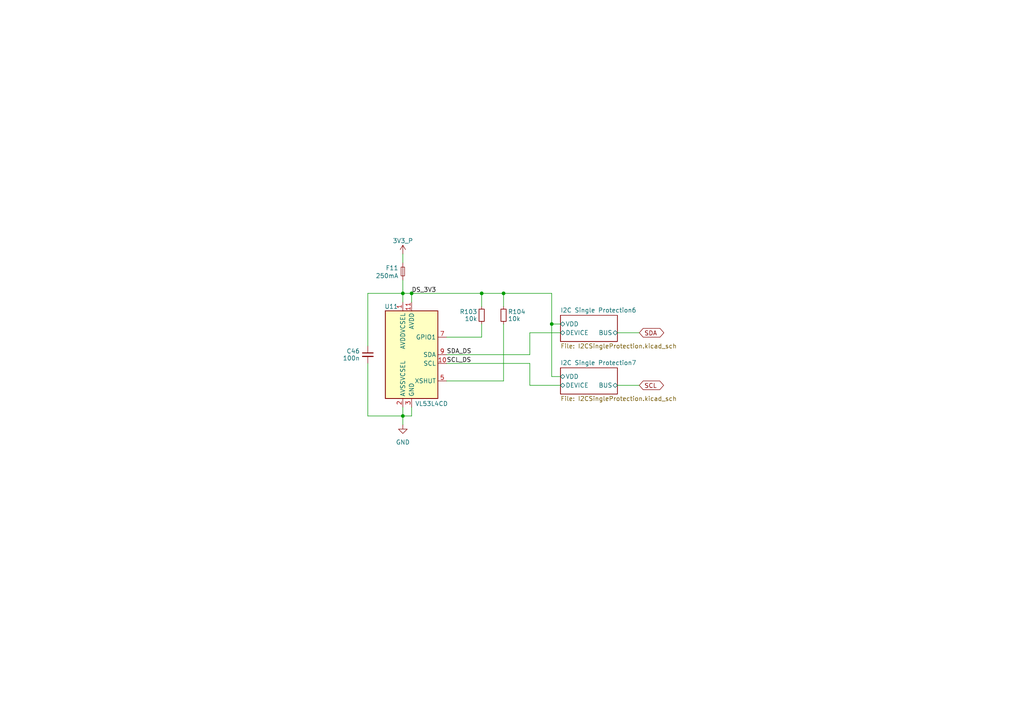
<source format=kicad_sch>
(kicad_sch (version 20250114) (generator "eeschema") (generator_version "9.0")
  (paper "A4")
  (title_block (title "Argus XY Solar Panel") (date "2026-01-27") (rev "v4.0") (company "Carnegie Mellon University") (comment 1 "N. Khera") (comment 2 "V. Rajesh"))
  (lib_symbols
    (symbol "Device:C_Small" (pin_numbers (hide yes)) (pin_names (offset 0.254) (hide yes))
      (property "Reference" "C" (at 0.254 1.778 0))
      (property "Value" "C_Small" (at 0.254 -2.032 0))
      (symbol "C_Small_0_1"
        (polyline (pts (xy -1.524 0.508) (xy 1.524 0.508)) (stroke (width 0.3048)))
        (polyline (pts (xy -1.524 -0.508) (xy 1.524 -0.508)) (stroke (width 0.3302)))
      )
      (symbol "C_Small_1_1"
        (pin passive line (at 0 2.54 270) (length 2.032) (name "~") (number "1"))
        (pin passive line (at 0 -2.54 90) (length 2.032) (name "~") (number "2"))
      )
    )
    (symbol "Device:Fuse_Small" (pin_numbers (hide yes)) (pin_names (offset 0.254) (hide yes))
      (property "Reference" "F" (at 0 -1.524 0))
      (property "Value" "Fuse_Small" (at 0 1.524 0))
      (symbol "Fuse_Small_0_1"
        (rectangle (start -1.27 0.508) (end 1.27 -0.508))
        (polyline (pts (xy -1.27 0) (xy 1.27 0)))
      )
      (symbol "Fuse_Small_1_1"
        (pin passive line (at -2.54 0 0) (length 1.27) (name "~") (number "1"))
        (pin passive line (at 2.54 0 180) (length 1.27) (name "~") (number "2"))
      )
    )
    (symbol "Device:R_Small" (pin_numbers (hide yes)) (pin_names (offset 0.254) (hide yes))
      (property "Reference" "R" (at 0 0 90))
      (property "Value" "R_Small" (at 1.778 0 90))
      (symbol "R_Small_0_1"
        (rectangle (start -0.762 1.778) (end 0.762 -1.778) (stroke (width 0.2032)))
      )
      (symbol "R_Small_1_1"
        (pin passive line (at 0 2.54 270) (length 0.762) (name "~") (number "1"))
        (pin passive line (at 0 -2.54 90) (length 0.762) (name "~") (number "2"))
      )
    )
    (symbol "Sensor_Distance:VL53L1CXV0FY1"
      (property "Reference" "U" (at -6.35 13.97 0))
      (property "Value" "VL53L1CXV0FY1" (at 12.065 13.97 0))
      (symbol "VL53L1CXV0FY1_0_1"
        (rectangle (start -7.62 12.7) (end 7.62 -12.7) (stroke (width 0.254)) (fill (type background)))
      )
      (symbol "VL53L1CXV0FY1_1_1"
        (pin open_collector line (at -10.16 5.08 0) (length 2.54) (name "GPIO1") (number "7"))
        (pin bidirectional line (at -10.16 0 0) (length 2.54) (name "SDA") (number "9"))
        (pin input line (at -10.16 -2.54 0) (length 2.54) (name "SCL") (number "10"))
        (pin input line (at -10.16 -7.62 0) (length 2.54) (name "XSHUT") (number "5"))
        (pin no_connect line (at -7.62 7.62 0) (length 2.54) (hide yes) (name "DNC") (number "8"))
        (pin power_in line (at 0 15.24 270) (length 2.54) (name "AVDD") (number "11"))
        (pin passive line (at 0 -15.24 90) (length 2.54) (hide yes) (name "GND") (number "12"))
        (pin power_in line (at 0 -15.24 90) (length 2.54) (name "GND") (number "3"))
        (pin passive line (at 0 -15.24 90) (length 2.54) (hide yes) (name "GND") (number "4"))
        (pin passive line (at 0 -15.24 90) (length 2.54) (hide yes) (name "GND") (number "6"))
        (pin power_in line (at 2.54 15.24 270) (length 2.54) (name "AVDDVCSEL") (number "1"))
        (pin power_in line (at 2.54 -15.24 90) (length 2.54) (name "AVSSVCSEL") (number "2"))
      )
    )
    (symbol "power:+3.3V" (power) (pin_numbers (hide yes)) (pin_names (offset 0) (hide yes))
      (property "Value" "+3.3V" (at 0 3.556 0))
      (symbol "+3.3V_0_1"
        (polyline (pts (xy -0.762 1.27) (xy 0 2.54)))
        (polyline (pts (xy 0 2.54) (xy 0.762 1.27)))
        (polyline (pts (xy 0 0) (xy 0 2.54)))
      )
      (symbol "+3.3V_1_1"
        (pin power_in line (at 0 0 90) (length 0) (name "~") (number "1"))
      )
    )
    (symbol "power:GND" (power) (pin_numbers (hide yes)) (pin_names (offset 0) (hide yes))
      (property "Value" "GND" (at 0 -3.81 0))
      (symbol "GND_0_1"
        (polyline (pts (xy 0 0) (xy 0 -1.27) (xy 1.27 -1.27) (xy 0 -2.54) (xy -1.27 -1.27) (xy 0 -1.27)))
      )
      (symbol "GND_1_1"
        (pin power_in line (at 0 0 270) (length 0) (name "~") (number "1"))
      )
    )
  )
  (junction (at 139.7 85.09))
  (junction (at 116.84 120.65))
  (junction (at 160.02 93.98))
  (junction (at 116.84 85.09))
  (junction (at 119.38 85.09))
  (junction (at 146.05 85.09))
  (wire (pts (xy 119.38 120.65) (xy 119.38 118.11)))
  (wire (pts (xy 129.54 105.41) (xy 153.67 105.41)))
  (wire (pts (xy 179.07 96.52) (xy 185.42 96.52)))
  (wire (pts (xy 146.05 85.09) (xy 146.05 88.9)))
  (wire (pts (xy 139.7 85.09) (xy 139.7 88.9)))
  (wire (pts (xy 146.05 85.09) (xy 160.02 85.09)))
  (wire (pts (xy 106.68 100.33) (xy 106.68 85.09)))
  (wire (pts (xy 153.67 96.52) (xy 162.56 96.52)))
  (wire (pts (xy 119.38 85.09) (xy 116.84 85.09)))
  (wire (pts (xy 129.54 102.87) (xy 153.67 102.87)))
  (wire (pts (xy 116.84 85.09) (xy 116.84 87.63)))
  (wire (pts (xy 153.67 102.87) (xy 153.67 96.52)))
  (wire (pts (xy 119.38 120.65) (xy 116.84 120.65)))
  (wire (pts (xy 179.07 111.76) (xy 185.42 111.76)))
  (wire (pts (xy 119.38 85.09) (xy 139.7 85.09)))
  (wire (pts (xy 160.02 85.09) (xy 160.02 93.98)))
  (wire (pts (xy 106.68 85.09) (xy 116.84 85.09)))
  (wire (pts (xy 129.54 110.49) (xy 146.05 110.49)))
  (wire (pts (xy 116.84 73.66) (xy 116.84 76.2)))
  (wire (pts (xy 160.02 93.98) (xy 160.02 109.22)))
  (wire (pts (xy 116.84 120.65) (xy 116.84 118.11)))
  (wire (pts (xy 139.7 85.09) (xy 146.05 85.09)))
  (wire (pts (xy 146.05 93.98) (xy 146.05 110.49)))
  (wire (pts (xy 106.68 120.65) (xy 116.84 120.65)))
  (wire (pts (xy 160.02 93.98) (xy 162.56 93.98)))
  (wire (pts (xy 153.67 111.76) (xy 162.56 111.76)))
  (wire (pts (xy 153.67 105.41) (xy 153.67 111.76)))
  (wire (pts (xy 139.7 93.98) (xy 139.7 97.79)))
  (wire (pts (xy 119.38 85.09) (xy 119.38 87.63)))
  (wire (pts (xy 116.84 123.19) (xy 116.84 120.65)))
  (wire (pts (xy 116.84 81.28) (xy 116.84 85.09)))
  (wire (pts (xy 106.68 105.41) (xy 106.68 120.65)))
  (wire (pts (xy 162.56 109.22) (xy 160.02 109.22)))
  (wire (pts (xy 129.54 97.79) (xy 139.7 97.79)))
  (label "DS_3V3" (at 119.38 85.09 0))
  (label "SCL_DS" (at 129.54 105.41 0))
  (label "SDA_DS" (at 129.54 102.87 0))
  (global_label "SDA" (shape bidirectional) (at 185.42 96.52 0) (property "Intersheetrefs" "${INTERSHEET_REFS}" (effects (hide yes))))
  (global_label "SCL" (shape bidirectional) (at 185.42 111.76 0) (property "Intersheetrefs" "${INTERSHEET_REFS}" (effects (hide yes))))
  (symbol (lib_id "power:+3.3V") (at 116.84 73.66 0) (mirror y) (unit 1)
    (property "Reference" "#PWR061" (effects (hide yes)))
    (property "Value" "3V3_P" (at 116.84 69.85 0))
    (property "Description" "Power symbol creates a global label with name \"+3.3V\"" (effects (hide yes)))
  )
  (symbol (lib_id "Device:Fuse_Small") (at 116.84 78.74 270) (mirror x) (unit 1)
    (property "Reference" "F11" (at 115.57 77.724 90) (effects (justify right)))
    (property "Value" "250mA" (at 115.57 80.0099 90) (effects (justify right)))
    (property "Footprint" "Fuse:Fuse_0603_1608Metric" (effects (hide yes)))
    (property "Description" "Fuse, small symbol" (effects (hide yes)))
  )
  (symbol (lib_id "Device:R_Small") (at 139.7 91.44 0) (mirror y) (unit 1)
    (property "Reference" "R103" (at 138.43 90.424 0) (effects (justify left)))
    (property "Value" "10k" (at 138.43 92.456 0) (effects (justify left)))
    (property "Footprint" "Resistor_SMD:R_0603_1608Metric" (effects (hide yes)))
    (property "Description" "Resistor, small symbol" (effects (hide yes)))
    (property "MPN" "C2479067" (effects (hide yes)))
  )
  (symbol (lib_id "power:GND") (at 116.84 123.19 0) (mirror y) (unit 1)
    (property "Reference" "#PWR018" (effects (hide yes)))
    (property "Value" "GND" (at 116.84 128.27 0))
    (property "Description" "Power symbol creates a global label with name \"GND\" , ground" (effects (hide yes)))
  )
  (symbol (lib_id "Device:C_Small") (at 106.68 102.87 0) (unit 1)
    (property "Reference" "C46" (at 104.394 101.854 0) (effects (justify right)))
    (property "Value" "100n" (at 104.394 103.886 0) (effects (justify right)))
    (property "Footprint" "Capacitor_SMD:C_0603_1608Metric" (effects (hide yes)))
    (property "Description" "Unpolarized capacitor, small symbol" (effects (hide yes)))
    (property "MPN" "C307348" (effects (hide yes)))
  )
  (symbol (lib_id "Sensor_Distance:VL53L1CXV0FY1") (at 119.38 102.87 0) (mirror y) (unit 1)
    (property "Reference" "U11" (at 111.506 88.9 0) (effects (justify right)))
    (property "Value" "VL53L4CD" (at 120.396 117.094 0) (effects (justify right)))
    (property "Footprint" "Sensor_Distance:ST_VL53L1x" (effects (hide yes)))
    (property "Datasheet" "https://www.st.com/resource/en/datasheet/vl53l1x.pdf" (effects (hide yes)))
    (property "Description" "4m distance ranging ToF sensor, Optical LGA12" (effects (hide yes)))
    (property "MPN" "C3178292" (effects (hide yes)))
  )
  (symbol (lib_id "Device:R_Small") (at 146.05 91.44 0) (unit 1)
    (property "Reference" "R104" (at 147.32 90.424 0) (effects (justify left)))
    (property "Value" "10k" (at 147.32 92.456 0) (effects (justify left)))
    (property "Footprint" "Resistor_SMD:R_0603_1608Metric" (effects (hide yes)))
    (property "Description" "Resistor, small symbol" (effects (hide yes)))
    (property "MPN" "C2479067" (effects (hide yes)))
  )
  (sheet (at 162.56 91.44) (size 16.51 7.62) (stroke (width 0.1524))
    (property "Sheetname" "I2C Single Protection6" (at 162.56 90.7284 0) (effects (justify left bottom)))
    (property "Sheetfile" "I2CSingleProtection.kicad_sch" (at 162.56 99.6446 0) (effects (justify left top)))
    (pin "DEVICE" bidirectional (at 162.56 96.52 180))
    (pin "BUS" bidirectional (at 179.07 96.52 0))
    (pin "VDD" bidirectional (at 162.56 93.98 180))
  )
  (sheet (at 162.56 106.68) (size 16.51 7.62) (stroke (width 0.1524))
    (property "Sheetname" "I2C Single Protection7" (at 162.56 105.9684 0) (effects (justify left bottom)))
    (property "Sheetfile" "I2CSingleProtection.kicad_sch" (at 162.56 114.8846 0) (effects (justify left top)))
    (pin "DEVICE" bidirectional (at 162.56 111.76 180))
    (pin "BUS" bidirectional (at 179.07 111.76 0))
    (pin "VDD" bidirectional (at 162.56 109.22 180))
  )
)
</source>
